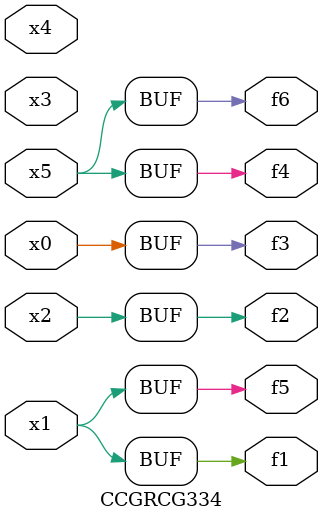
<source format=v>
module CCGRCG334(
	input x0, x1, x2, x3, x4, x5,
	output f1, f2, f3, f4, f5, f6
);
	assign f1 = x1;
	assign f2 = x2;
	assign f3 = x0;
	assign f4 = x5;
	assign f5 = x1;
	assign f6 = x5;
endmodule

</source>
